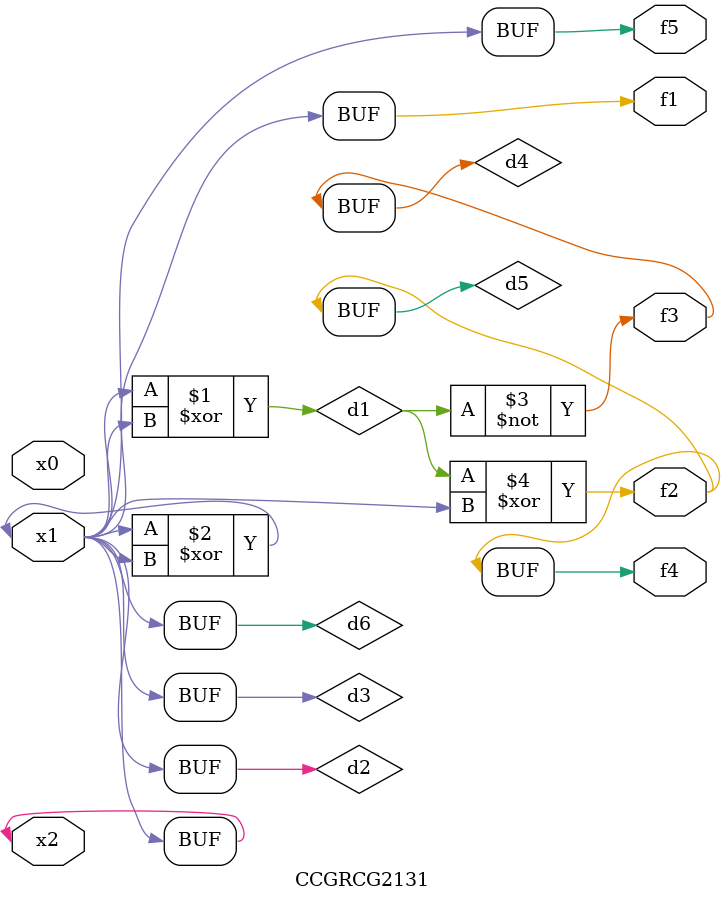
<source format=v>
module CCGRCG2131(
	input x0, x1, x2,
	output f1, f2, f3, f4, f5
);

	wire d1, d2, d3, d4, d5, d6;

	xor (d1, x1, x2);
	buf (d2, x1, x2);
	xor (d3, x1, x2);
	nor (d4, d1);
	xor (d5, d1, d2);
	buf (d6, d2, d3);
	assign f1 = d6;
	assign f2 = d5;
	assign f3 = d4;
	assign f4 = d5;
	assign f5 = d6;
endmodule

</source>
